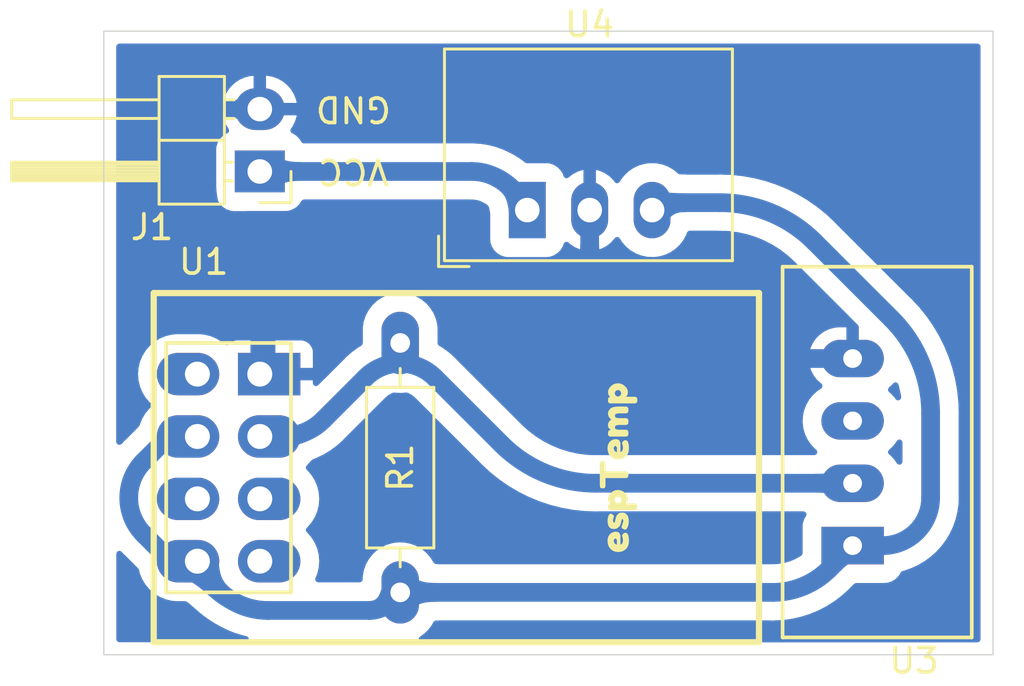
<source format=kicad_pcb>
(kicad_pcb (version 20211014) (generator pcbnew)
  (title_block (title "espTemp-R78xx") (date "2022-12-15") (rev "0.1"))
  (layers (0 "F.Cu" signal) (31 "B.Cu" signal) (34 "B.Paste" user) (35 "F.Paste" user) (36 "B.SilkS" user "B.Silkscreen") (37 "F.SilkS" user "F.Silkscreen") (38 "B.Mask" user) (39 "F.Mask" user) (44 "Edge.Cuts" user))
  (net 0 "")
  (net 1 "GND")
  (net 2 "+3V3")
  (net 7 "TempSignal")
  (net 9 "+5V")
  (footprint "My_Misc:R_Axial_DIN0207_L6.3mm_D2.5mm_P10.16mm_Horizontal_larger_pads" (layer "F.Cu") (at 146.05 93.98 90)
    (fp_text reference "R1" (at 5.08 0 90) (layer "F.SilkS"))
    (fp_text value "4.7k" hide)
    (fp_line (start 1.04 0) (end 1.81 0) (layer "F.SilkS") (width 0.12))
    (fp_line (start 8.35 1.37) (end 8.35 -1.37) (layer "F.SilkS") (width 0.12))
    (fp_line (start 9.12 0) (end 8.35 0) (layer "F.SilkS") (width 0.12))
    (fp_line (start 1.81 1.37) (end 8.35 1.37) (layer "F.SilkS") (width 0.12))
    (fp_line (start 1.81 -1.37) (end 1.81 1.37) (layer "F.SilkS") (width 0.12))
    (fp_line (start 8.35 -1.37) (end 1.81 -1.37) (layer "F.SilkS") (width 0.12))
    (pad "1" thru_hole oval (at 0 0 90) (size 2.54 1.524) (drill 0.8) (layers *.Cu *.Mask) (net 2 "+3V3"))
    (pad "2" thru_hole oval (at 10.16 0 90) (size 2.54 1.524) (drill 0.8) (layers *.Cu *.Mask) (net 7 "TempSignal"))
  )
  (footprint "My_Arduino:ESP-01_w_pin_socket_large" (layer "F.Cu") (at 137.795 85.09)
    (fp_text reference "U1" (at 0.254 -4.572) (layer "F.SilkS"))
    (fp_text value "ESP-01")
    (fp_line (start -1.778 10.922) (end -1.778 -3.302) (layer "F.SilkS") (width 0.254))
    (fp_line (start 22.86 10.922) (end -1.778 10.922) (layer "F.SilkS") (width 0.254))
    (fp_line (start 3.81 8.89) (end 3.81 -1.27) (layer "F.SilkS") (width 0.1524))
    (fp_line (start -1.778 -3.302) (end 22.86 -3.302) (layer "F.SilkS") (width 0.254))
    (fp_line (start -1.27 8.89) (end 3.81 8.89) (layer "F.SilkS") (width 0.1524))
    (fp_line (start -1.27 1.27) (end -1.27 8.89) (layer "F.SilkS") (width 0.1524))
    (fp_line (start 1.27 -1.27) (end -1.27 -1.27) (layer "F.SilkS") (width 0.1524))
    (fp_line (start 22.86 -3.302) (end 22.86 10.922) (layer "F.SilkS") (width 0.254))
    (fp_line (start -1.27 -1.27) (end -1.27 1.27) (layer "F.SilkS") (width 0.1524))
    (fp_line (start 3.81 -1.27) (end 1.27 -1.27) (layer "F.SilkS") (width 0.1524))
    (pad "1" thru_hole rect (at 2.54 0) (size 2.54 1.7272) (drill 1.016 (offset 0.381 0)) (layers *.Cu *.Mask) (net 1 "GND"))
    (pad "2" thru_hole oval (at 0 0) (size 2.54 1.7272) (drill 1.016 (offset -0.381 0)) (layers *.Cu *.Mask))
    (pad "3" thru_hole oval (at 2.54 2.54) (size 2.54 1.7272) (drill 1.016 (offset 0.381 0)) (layers *.Cu *.Mask) (net 7 "TempSignal"))
    (pad "4" thru_hole oval (at 0 2.54) (size 2.54 1.7272) (drill 1.016 (offset -0.381 0)) (layers *.Cu *.Mask) (net 2 "+3V3"))
    (pad "5" thru_hole oval (at 2.54 5.08) (size 2.54 1.7272) (drill 1.016 (offset 0.381 0)) (layers *.Cu *.Mask))
    (pad "6" thru_hole oval (at 0 5.08) (size 2.54 1.7272) (drill 1.016 (offset -0.381 0)) (layers *.Cu *.Mask))
    (pad "7" thru_hole oval (at 2.54 7.62) (size 2.54 1.7272) (drill 1.016 (offset 0.381 0)) (layers *.Cu *.Mask))
    (pad "8" thru_hole oval (at 0 7.62) (size 2.54 1.7272) (drill 1.016 (offset -0.381 0)) (layers *.Cu *.Mask) (net 2 "+3V3"))
  )
  (footprint "My_Parts:DHT22,RHT03,CM2303_100mil_large" (layer "F.Cu") (at 164.465 92.075 180)
    (fp_text reference "U3" (at -2.5 -4.69) (layer "F.SilkS"))
    (fp_text value "DHT22,CM2303" hide)
    (fp_line (start 2.85 11.36) (end -4.85 11.36) (layer "F.SilkS") (width 0.15))
    (fp_line (start -4.85 11.36) (end -4.85 -3.74) (layer "F.SilkS") (width 0.15))
    (fp_line (start 2.85 -3.74) (end 2.85 11.36) (layer "F.SilkS") (width 0.15))
    (fp_line (start -4.85 -3.74) (end 2.85 -3.74) (layer "F.SilkS") (width 0.15))
    (pad "1" thru_hole rect locked (at 0 0 180) (size 2.54 1.524) (drill 0.762) (layers *.Cu *.Mask) (net 2 "+3V3"))
    (pad "2" thru_hole oval locked (at 0 2.54 180) (size 2.54 1.524) (drill 0.762) (layers *.Cu *.Mask) (net 7 "TempSignal"))
    (pad "3" thru_hole oval locked (at 0 5.08 180) (size 2.54 1.524) (drill 0.762) (layers *.Cu *.Mask))
    (pad "4" thru_hole oval locked (at 0 7.62 180) (size 2.54 1.524) (drill 0.762) (layers *.Cu *.Mask) (net 1 "GND"))
  )
  (footprint "My_Headers:2-pin Power Input Header angled large" (layer "F.Cu") (at 140.335 76.835 180)
    (fp_text reference "J1" (at 4.385 -2.27) (layer "F.SilkS"))
    (fp_text value "2-pin_power_input_header" hide)
    (fp_text user "VCC" (at -3.81 0 180 unlocked) (layer "F.SilkS"))
    (fp_text user "GND" (at -3.81 2.54 180 unlocked) (layer "F.SilkS"))
    (fp_line (start 10.1 2.92) (end 4.1 2.92) (layer "F.SilkS") (width 0.12))
    (fp_line (start 1.44 3.87) (end 4.1 3.87) (layer "F.SilkS") (width 0.12))
    (fp_line (start 4.1 -0.08) (end 10.1 -0.08) (layer "F.SilkS") (width 0.12))
    (fp_line (start 1.44 -1.33) (end 1.44 3.87) (layer "F.SilkS") (width 0.12))
    (fp_line (start 1.11 -0.38) (end 1.44 -0.38) (layer "F.SilkS") (width 0.12))
    (fp_line (start 4.1 2.16) (end 10.1 2.16) (layer "F.SilkS") (width 0.12))
    (fp_line (start 1.11 0.38) (end 1.44 0.38) (layer "F.SilkS") (width 0.12))
    (fp_line (start 10.1 2.16) (end 10.1 2.92) (layer "F.SilkS") (width 0.12))
    (fp_line (start 1.042929 2.16) (end 1.44 2.16) (layer "F.SilkS") (width 0.12))
    (fp_line (start 4.1 0.04) (end 10.1 0.04) (layer "F.SilkS") (width 0.12))
    (fp_line (start 4.1 -0.2) (end 10.1 -0.2) (layer "F.SilkS") (width 0.12))
    (fp_line (start 4.1 -0.38) (end 10.1 -0.38) (layer "F.SilkS") (width 0.12))
    (fp_line (start 1.042929 2.92) (end 1.44 2.92) (layer "F.SilkS") (width 0.12))
    (fp_line (start 4.1 -0.32) (end 10.1 -0.32) (layer "F.SilkS") (width 0.12))
    (fp_line (start -1.27 0) (end -1.27 -1.27) (layer "F.SilkS") (width 0.12))
    (fp_line (start 4.1 0.16) (end 10.1 0.16) (layer "F.SilkS") (width 0.12))
    (fp_line (start 10.1 0.38) (end 4.1 0.38) (layer "F.SilkS") (width 0.12))
    (fp_line (start 10.1 -0.38) (end 10.1 0.38) (layer "F.SilkS") (width 0.12))
    (fp_line (start 4.1 3.87) (end 4.1 -1.33) (layer "F.SilkS") (width 0.12))
    (fp_line (start 4.1 0.28) (end 10.1 0.28) (layer "F.SilkS") (width 0.12))
    (fp_line (start 4.1 -1.33) (end 1.44 -1.33) (layer "F.SilkS") (width 0.12))
    (fp_line (start -1.27 -1.27) (end 0 -1.27) (layer "F.SilkS") (width 0.12))
    (fp_line (start 1.44 1.27) (end 4.1 1.27) (layer "F.SilkS") (width 0.12))
    (pad "1" thru_hole rect (at 0 0 180) (size 2.032 1.7) (drill 1) (layers *.Cu *.Mask) (net 9 "+5V"))
    (pad "2" thru_hole oval (at 0 2.54 180) (size 2.032 1.7) (drill 1) (layers *.Cu *.Mask) (net 1 "GND"))
  )
  (footprint "kibuzzard-62077BA3" (layer "F.Cu") (at 154.94 88.9 90)
    (fp_text reference "kibuzzard-62077BA3" hide)
    (fp_text value "G***" hide)
    (fp_poly (pts (xy -2.497931 0.327025) (xy -2.528094 0.2667) (xy -2.513013 0.214709) (xy -2.467769 0.141288) (xy -2.411413 0.1143) (xy -2.305844 0.153194) (xy -2.185194 0.192088) (xy -2.112566 0.182563) (xy -2.088356 0.153988) (xy -2.114947 0.127794) (xy -2.194719 0.109538) (xy -2.294334 0.083741) (xy -2.393156 0.034925) (xy -2.469356 -0.054769) (xy -2.491978 -0.121642) (xy -2.499519 -0.200025) (xy -2.485739 -0.290322) (xy -2.444401 -0.360553) (xy -2.375503 -0.410718) (xy -2.279047 -0.440817) (xy -2.155031 -0.45085) (xy -2.040731 -0.437356) (xy -1.923256 -0.396875) (xy -1.867694 -0.333375) (xy -1.902619 -0.239713) (xy -1.974056 -0.18415) (xy -2.0447 -0.207963) (xy -2.156619 -0.231775) (xy -2.250281 -0.19685) (xy -2.223294 -0.157559) (xy -2.142331 -0.134938) (xy -2.039144 -0.1143) (xy -1.939131 -0.074613) (xy -1.862138 0.002381) (xy -1.83892 0.064095) (xy -1.831181 0.1397) (xy -1.83892 0.216098) (xy -1.862138 0.280194) (xy -1.948656 0.366713) (xy -2.022122 0.394053) (xy -2.107053 0.410457) (xy -2.20345 0.415925) (xy -2.304256 0.406047) (xy -2.402417 0.376414) (xy -2.497931 0.327025)) (layer "F.SilkS") (width 0) (fill solid))
    (fp_poly (pts (xy -1.727994 0.62865) (xy -1.413669 -0.119063) (xy -1.450181 -0.0254) (xy -1.412875 0.067469) (xy -1.317625 0.109538) (xy -1.2192 0.068263) (xy -1.178719 -0.0254) (xy -1.216819 -0.119856) (xy -1.316038 -0.161925) (xy -1.413669 -0.119063) (xy -1.727994 0.62865) (xy -1.727994 -0.29845) (xy -1.725613 -0.352425) (xy -1.712119 -0.392113) (xy -1.674416 -0.424259) (xy -1.605756 -0.434975) (xy -1.49225 -0.413544) (xy -1.458119 -0.350838) (xy -1.38053 -0.41275) (xy -1.268413 -0.433388) (xy -1.183658 -0.419806) (xy -1.101901 -0.37906) (xy -1.023144 -0.31115) (xy -0.958762 -0.225249) (xy -0.920133 -0.130528) (xy -0.907256 -0.026988) (xy -0.920044 0.076553) (xy -0.958409 0.171274) (xy -1.02235 0.257175) (xy -1.100755 0.325085) (xy -1.182511 0.365831) (xy -1.267619 0.379413) (xy -1.379934 0.361156) (xy -1.456531 0.306388) (xy -1.456531 0.627063) (xy -1.458913 0.681038) (xy -1.4732 0.721519) (xy -1.513681 0.754063) (xy -1.591469 0.763588) (xy -1.67005 0.754063) (xy -1.711325 0.722313) (xy -1.725613 0.682625) (xy -1.727994 0.62865)) (layer "F.SilkS") (width 0) (fill solid))
    (fp_poly (pts (xy -0.727869 -0.763588) (xy 0.154781 -0.763588) (xy 0.229394 -0.751681) (xy 0.261144 -0.714375) (xy 0.269081 -0.6477) (xy 0.261144 -0.581819) (xy 0.234156 -0.547688) (xy 0.153194 -0.5334) (xy -0.150019 -0.5334) (xy -0.150019 0.265113) (xy -0.1524 0.319088) (xy -0.166688 0.359569) (xy -0.208756 0.392113) (xy -0.288131 0.401638) (xy -0.366713 0.392113) (xy -0.407988 0.359569) (xy -0.422275 0.318294) (xy -0.424656 0.263525) (xy -0.424656 -0.5334) (xy -0.729456 -0.5334) (xy -0.804069 -0.545306) (xy -0.835819 -0.582613) (xy -0.843756 -0.649288) (xy -0.835819 -0.715169) (xy -0.808831 -0.7493) (xy -0.727869 -0.763588)) (layer "F.SilkS") (width 0) (fill solid))
    (fp_poly (pts (xy 1.007269 0.074613) (xy 0.827881 -0.06985) (xy 0.888206 -0.12065) (xy 0.860425 -0.179388) (xy 0.78105 -0.201613) (xy 0.678656 -0.159544) (xy 0.627856 -0.06985) (xy 0.827881 -0.06985) (xy 1.007269 0.074613) (xy 0.631031 0.074613) (xy 0.683419 0.149225) (xy 0.788194 0.179388) (xy 0.870347 0.174625) (xy 0.932656 0.160338) (xy 0.950119 0.153988) (xy 1.013619 0.136525) (xy 1.100931 0.207963) (xy 1.121569 0.280988) (xy 1.100435 0.342801) (xy 1.037034 0.386953) (xy 0.931366 0.413445) (xy 0.783431 0.422275) (xy 0.672505 0.412155) (xy 0.574675 0.381794) (xy 0.493514 0.334764) (xy 0.432594 0.274638) (xy 0.377031 0.185561) (xy 0.343694 0.089782) (xy 0.332581 -0.0127) (xy 0.346957 -0.137142) (xy 0.390084 -0.243769) (xy 0.461963 -0.332581) (xy 0.55536 -0.399168) (xy 0.663046 -0.43912) (xy 0.785019 -0.452438) (xy 0.888008 -0.442714) (xy 0.976313 -0.413544) (xy 1.049933 -0.364927) (xy 1.108869 -0.296863) (xy 1.14935 -0.210542) (xy 1.162844 -0.116681) (xy 1.150739 -0.03175) (xy 1.114425 0.027781) (xy 1.007269 0.074613)) (layer "F.SilkS") (width 0) (fill solid))
    (fp_poly (pts (xy -2.763044 0.074613) (xy -2.942431 -0.06985) (xy -2.882106 -0.12065) (xy -2.909888 -0.179388) (xy -2.989263 -0.201613) (xy -3.091656 -0.159544) (xy -3.142456 -0.06985) (xy -2.942431 -0.06985) (xy -2.763044 0.074613) (xy -3.139281 0.074613) (xy -3.086894 0.149225) (xy -2.982119 0.179388) (xy -2.899966 0.174625) (xy -2.837656 0.160338) (xy -2.820194 0.153988) (xy -2.756694 0.136525) (xy -2.669381 0.207963) (xy -2.648744 0.280988) (xy -2.669877 0.342801) (xy -2.733278 0.386953) (xy -2.838946 0.413445) (xy -2.986881 0.422275) (xy -3.097808 0.412155) (xy -3.195638 0.381794) (xy -3.276798 0.334764) (xy -3.337719 0.274638) (xy -3.393281 0.185561) (xy -3.426619 0.089782) (xy -3.437731 -0.0127) (xy -3.423356 -0.137142) (xy -3.380228 -0.243769) (xy -3.30835 -0.332581) (xy -3.214952 -0.399168) (xy -3.107267 -0.43912) (xy -2.985294 -0.452438) (xy -2.882305 -0.442714) (xy -2.794 -0.413544) (xy -2.72038 -0.364927) (xy -2.661444 -0.296863) (xy -2.620963 -0.210542) (xy -2.607469 -0.116681) (xy -2.619573 -0.03175) (xy -2.655888 0.027781) (xy -2.763044 0.074613)) (layer "F.SilkS") (width 0) (fill solid))
    (fp_poly (pts (xy 1.539081 -0.32385) (xy 1.621234 -0.408384) (xy 1.718469 -0.436563) (xy 1.817247 -0.421217) (xy 1.89768 -0.375179) (xy 1.959769 -0.29845) (xy 2.001838 -0.348456) (xy 2.080419 -0.405606) (xy 2.191544 -0.436563) (xy 2.308225 -0.412155) (xy 2.404269 -0.338931) (xy 2.451894 -0.259644) (xy 2.480469 -0.151959) (xy 2.489994 -0.015875) (xy 2.489994 0.261938) (xy 2.487613 0.316706) (xy 2.472531 0.358775) (xy 2.431653 0.390922) (xy 2.350294 0.401638) (xy 2.269728 0.390525) (xy 2.228056 0.357188) (xy 2.214563 0.315119) (xy 2.212181 0.26035) (xy 2.212181 -0.017463) (xy 2.187575 -0.121047) (xy 2.113756 -0.155575) (xy 2.03835 -0.119063) (xy 2.018506 -0.015875) (xy 2.018506 0.261938) (xy 2.016125 0.3175) (xy 2.001044 0.358775) (xy 1.958975 0.390922) (xy 1.877219 0.401638) (xy 1.796653 0.390525) (xy 1.754981 0.357188) (xy 1.741488 0.315119) (xy 1.739106 0.26035) (xy 1.739106 -0.017463) (xy 1.7145 -0.121047) (xy 1.640681 -0.155575) (xy 1.569244 -0.121047) (xy 1.545431 -0.017463) (xy 1.545431 0.263525) (xy 1.54305 0.318294) (xy 1.527969 0.360363) (xy 1.485106 0.391319) (xy 1.404144 0.401638) (xy 1.323578 0.390922) (xy 1.281906 0.358775) (xy 1.268413 0.3175) (xy 1.266031 0.261938) (xy 1.266031 -0.296863) (xy 1.268413 -0.351631) (xy 1.283494 -0.392113) (xy 1.323578 -0.424259) (xy 1.396206 -0.434975) (xy 1.512094 -0.4064) (xy 1.539081 -0.32385)) (layer "F.SilkS") (width 0) (fill solid))
    (fp_poly (pts (xy 2.616994 0.62865) (xy 2.931319 -0.119063) (xy 2.894806 -0.0254) (xy 2.932113 0.067469) (xy 3.027363 0.109538) (xy 3.125788 0.068263) (xy 3.166269 -0.0254) (xy 3.128169 -0.119856) (xy 3.02895 -0.161925) (xy 2.931319 -0.119063) (xy 2.616994 0.62865) (xy 2.616994 -0.29845) (xy 2.619375 -0.352425) (xy 2.632869 -0.392113) (xy 2.670572 -0.424259) (xy 2.739231 -0.434975) (xy 2.852738 -0.413544) (xy 2.886869 -0.350838) (xy 2.964458 -0.41275) (xy 3.076575 -0.433388) (xy 3.16133 -0.419806) (xy 3.243086 -0.37906) (xy 3.321844 -0.31115) (xy 3.386226 -0.225249) (xy 3.424855 -0.130528) (xy 3.437731 -0.026988) (xy 3.424943 0.076553) (xy 3.386578 0.171274) (xy 3.322638 0.257175) (xy 3.244233 0.325085) (xy 3.162476 0.365831) (xy 3.077369 0.379413) (xy 2.965053 0.361156) (xy 2.888456 0.306388) (xy 2.888456 0.627063) (xy 2.886075 0.681038) (xy 2.871788 0.721519) (xy 2.831306 0.754063) (xy 2.753519 0.763588) (xy 2.674938 0.754063) (xy 2.633663 0.722313) (xy 2.619375 0.682625) (xy 2.616994 0.62865)) (layer "F.SilkS") (width 0) (fill solid))
  )
  (footprint "Converter_DCDC:Converter_DCDC_RECOM_R-78E-0.5_THT" (layer "F.Cu") (at 151.223 78.4075)
    (fp_text reference "U4" (at 2.54 -7.56) (layer "F.SilkS"))
    (fp_text value "R-783.3-0.5")
    (fp_line (start -3.371 2.06) (end 8.35 2.06) (layer "F.SilkS") (width 0.12))
    (fp_line (start 8.35 -6.56) (end 8.35 2.06) (layer "F.SilkS") (width 0.12))
    (fp_line (start -3.371 -6.56) (end -3.371 2.06) (layer "F.SilkS") (width 0.12))
    (fp_line (start -3.371 -6.56) (end 8.35 -6.56) (layer "F.SilkS") (width 0.12))
    (fp_line (start -3.611 1.06) (end -3.611 2.3) (layer "F.SilkS") (width 0.12))
    (fp_line (start -3.611 2.3) (end -2.371 2.3) (layer "F.SilkS") (width 0.12))
    (pad "1" thru_hole rect (at 0 0) (size 1.5 2.3) (drill 1) (layers *.Cu *.Mask) (net 9 "+5V"))
    (pad "2" thru_hole oval (at 2.54 0) (size 1.5 2.3) (drill 1) (layers *.Cu *.Mask) (net 1 "GND"))
    (pad "3" thru_hole oval (at 5.08 0) (size 1.5 2.3) (drill 1) (layers *.Cu *.Mask) (net 2 "+3V3"))
  )
  (gr_line (start 170.18 96.52) (end 170.18 71.12) (layer "Edge.Cuts") (width 0.05))
  (gr_line (start 170.18 71.12) (end 133.985 71.12) (layer "Edge.Cuts") (width 0.05))
  (gr_line (start 133.985 96.52) (end 170.18 96.52) (layer "Edge.Cuts") (width 0.05))
  (gr_line (start 133.985 71.12) (end 133.985 96.52) (layer "Edge.Cuts") (width 0.05))
  (segment (start 160.152463 84.455) (end 164.465 84.455) (width 0.762) (layer "B.Cu") (net 1))
  (segment (start 139.111111 74.295) (end 140.335 74.295) (width 0.762) (layer "B.Cu") (net 1))
  (segment (start 154.096261 80.652761) (end 156.304707 82.861207) (width 0.762) (layer "B.Cu") (net 1))
  (segment (start 153.763 79.848197) (end 153.763 78.4075) (width 0.762) (layer "B.Cu") (net 1))
  (segment (start 141.861297 80.986022) (end 152.625175 80.986022) (width 0.762) (layer "B.Cu") (net 1))
  (segment (start 138.176489 75.229622) (end 138.176489 77.301213) (width 0.762) (layer "B.Cu") (net 1))
  (segment (start 140.335 82.512319) (end 140.335 85.09) (width 0.762) (layer "B.Cu") (net 1))
  (arc (start 153.763 79.848197) (mid 153.849611 80.283624) (end 154.096261 80.652761) (width 0.762) (layer "B.Cu") (net 1))
  (arc (start 139.255744 79.906766) (mid 140.451182 80.705532) (end 141.861297 80.986022) (width 0.762) (layer "B.Cu") (net 1))
  (arc (start 140.335 82.512319) (mid 140.05451 81.102204) (end 139.255744 79.906766) (width 0.762) (layer "B.Cu") (net 1))
  (arc (start 154.096261 80.652761) (mid 153.763 80.514719) (end 153.429739 80.652761) (width 0.762) (layer "B.Cu") (net 1))
  (arc (start 138.450233 74.568744) (mid 138.247632 74.871957) (end 138.176489 75.229622) (width 0.762) (layer "B.Cu") (net 1))
  (arc (start 156.304707 82.861207) (mid 158.070072 84.040786) (end 160.152463 84.455) (width 0.762) (layer "B.Cu") (net 1))
  (arc (start 153.429739 80.652761) (mid 153.060602 80.89941) (end 152.625175 80.986022) (width 0.762) (layer "B.Cu") (net 1))
  (arc (start 141.861297 80.986022) (mid 140.782042 81.433064) (end 140.335 82.512319) (width 0.762) (layer "B.Cu") (net 1))
  (arc (start 153.429739 80.652761) (mid 153.676388 80.283624) (end 153.763 79.848197) (width 0.762) (layer "B.Cu") (net 1))
  (arc (start 139.111111 74.295) (mid 138.753446 74.366143) (end 138.450233 74.568744) (width 0.762) (layer "B.Cu") (net 1))
  (arc (start 138.176489 77.301213) (mid 138.456978 78.711328) (end 139.255744 79.906766) (width 0.762) (layer "B.Cu") (net 1))
  (segment (start 135.618898 91.61838) (end 136.327095 92.326577) (width 0.762) (layer "B.Cu") (net 2))
  (segment (start 165.481 92.075) (end 165.688776 92.075) (width 0.762) (layer "B.Cu") (net 2))
  (segment (start 161.212961 93.98) (end 146.570515 93.98) (width 0.762) (layer "B.Cu") (net 2))
  (segment (start 166.046207 82.834809) (end 162.91019 79.698792) (width 0.762) (layer "B.Cu") (net 2))
  (segment (start 137.633759 92.71) (end 137.252759 92.71) (width 0.762) (layer "B.Cu") (net 2))
  (segment (start 167.64 90.123776) (end 167.64 86.682565) (width 0.762) (layer "B.Cu") (net 2))
  (segment (start 137.21056 87.63) (end 137.795 87.63) (width 0.762) (layer "B.Cu") (net 2))
  (segment (start 136.212858 88.043261) (end 135.618898 88.637221) (width 0.762) (layer "B.Cu") (net 2))
  (segment (start 159.062434 78.105) (end 156.21 78.105) (width 0.762) (layer "B.Cu") (net 2))
  (segment (start 144.793364 94.71612) (end 140.669149 94.71612) (width 0.762) (layer "B.Cu") (net 2))
  (segment (start 137.909014 93.146496) (end 138.636819 93.874301) (width 0.762) (layer "B.Cu") (net 2))
  (segment (start 163.512499 93.027499) (end 163.746579 92.79342) (width 0.762) (layer "B.Cu") (net 2))
  (arc (start 165.481 92.075) (mid 164.542338 92.261711) (end 163.746579 92.79342) (width 0.762) (layer "B.Cu") (net 2))
  (arc (start 137.21056 87.63) (mid 136.670607 87.737403) (end 136.212858 88.043261) (width 0.762) (layer "B.Cu") (net 2))
  (arc (start 166.046207 82.834809) (mid 167.225786 84.600174) (end 167.64 86.682565) (width 0.762) (layer "B.Cu") (net 2))
  (arc (start 135.618898 88.637221) (mid 135.161941 89.321105) (end 135.00148 90.127801) (width 0.762) (layer "B.Cu") (net 2))
  (arc (start 167.64 90.123776) (mid 167.491471 90.870477) (end 167.0685 91.5035) (width 0.762) (layer "B.Cu") (net 2))
  (arc (start 135.00148 90.127801) (mid 135.161941 90.934496) (end 135.618898 91.61838) (width 0.762) (layer "B.Cu") (net 2))
  (arc (start 163.512499 93.027499) (mid 162.457462 93.732453) (end 161.212961 93.98) (width 0.762) (layer "B.Cu") (net 2))
  (arc (start 136.327095 92.326577) (mid 136.751793 92.610351) (end 137.252759 92.71) (width 0.762) (layer "B.Cu") (net 2))
  (arc (start 162.91019 79.698792) (mid 161.144824 78.519213) (end 159.062434 78.105) (width 0.762) (layer "B.Cu") (net 2))
  (arc (start 138.636819 93.874301) (mid 139.56926 94.497338) (end 140.669149 94.71612) (width 0.762) (layer "B.Cu") (net 2))
  (arc (start 145.68194 94.34806) (mid 145.274257 94.620464) (end 144.793364 94.71612) (width 0.762) (layer "B.Cu") (net 2))
  (arc (start 137.795 92.871241) (mid 137.824631 93.020208) (end 137.909014 93.146496) (width 0.762) (layer "B.Cu") (net 2))
  (arc (start 146.570515 93.98) (mid 146.089621 94.075655) (end 145.68194 94.34806) (width 0.762) (layer "B.Cu") (net 2))
  (arc (start 137.795 92.871241) (mid 137.747773 92.757226) (end 137.633759 92.71) (width 0.762) (layer "B.Cu") (net 2))
  (arc (start 167.0685 91.5035) (mid 166.435477 91.926471) (end 165.688776 92.075) (width 0.762) (layer "B.Cu") (net 2))
  (segment (start 147.464212 85.234212) (end 150.171207 87.941207) (width 0.762) (layer "B.Cu") (net 7))
  (segment (start 154.018963 89.535) (end 164.465 89.535) (width 0.762) (layer "B.Cu") (net 7))
  (segment (start 142.913519 86.95648) (end 144.635787 85.234212) (width 0.762) (layer "B.Cu") (net 7))
  (segment (start 141.2875 87.63) (end 140.335 87.63) (width 0.762) (layer "B.Cu") (net 7))
  (arc (start 150.171207 87.941207) (mid 151.936572 89.120786) (end 154.018963 89.535) (width 0.762) (layer "B.Cu") (net 7))
  (arc (start 142.913519 86.95648) (mid 142.167495 87.454957) (end 141.2875 87.63) (width 0.762) (layer "B.Cu") (net 7))
  (arc (start 147.464212 85.234212) (mid 146.049999 84.648426) (end 144.635787 85.234212) (width 0.762) (layer "B.Cu") (net 7))
  (segment (start 150.495 77.47) (end 151.13 78.105) (width 0.762) (layer "B.Cu") (net 9))
  (segment (start 148.961974 76.835) (end 140.335 76.835) (width 0.762) (layer "B.Cu") (net 9))
  (arc (start 150.495 77.47) (mid 149.791641 77.000031) (end 148.961974 76.835) (width 0.762) (layer "B.Cu") (net 9))
  (zone (net 2) (net_name "+3V3") (layer "B.Cu") (priority 16962) (connect_pads yes (clearance 0)) (min_thickness 0.0254) (fill yes (thermal_gap 0.508) (thermal_bridge_width 0.508))
    (polygon (pts (xy 144.768317 95.09712) (xy 144.951431 95.087176) (xy 145.105895 95.060187) (xy 145.237873 95.020414) (xy 145.35353 94.972117) (xy 145.459032 94.91956) (xy 145.560544 94.867002) (xy 145.664231 94.818705) (xy 145.77626 94.778932) (xy 145.902794 94.751943) (xy 146.05 94.742) (xy 146.344479 93.738251) (xy 145.35813 93.66069) (xy 145.317217 93.758645) (xy 145.282127 93.855783) (xy 145.24917 93.949867) (xy 145.214656 94.038661) (xy 145.174898 94.119929) (xy 145.126206 94.191435) (xy 145.064891 94.250943) (xy 144.987263 94.296217) (xy 144.889635 94.325021) (xy 144.768317 94.33512)))
  )
  (zone (net 2) (net_name "+3V3") (layer "B.Cu") (priority 16962) (connect_pads yes (clearance 0)) (min_thickness 0.0254) (fill yes (thermal_gap 0.508) (thermal_bridge_width 0.508))
    (polygon (pts (xy 135.933635 92.471931) (xy 136.086665 92.613706) (xy 136.226794 92.723284) (xy 136.356528 92.807996) (xy 136.478377 92.875176) (xy 136.594849 92.932154) (xy 136.708452 92.986264) (xy 136.821695 93.044837) (xy 136.937085 93.115205) (xy 137.057132 93.204701) (xy 137.184343 93.320657) (xy 138.223333 92.764604) (xy 137.519876 91.891397) (xy 137.401431 91.935886) (xy 137.289883 91.983959) (xy 137.183787 92.030914) (xy 137.081699 92.072045) (xy 136.982174 92.102648) (xy 136.883769 92.11802) (xy 136.785038 92.113457) (xy 136.684537 92.084255) (xy 136.580822 92.025709) (xy 136.472449 91.933117)))
  )
  (zone (net 9) (net_name "+5V") (layer "B.Cu") (priority 16962) (connect_pads yes (clearance 0)) (min_thickness 0.0254) (fill yes (thermal_gap 0.508) (thermal_bridge_width 0.508))
    (polygon (pts (xy 142.025 76.454) (xy 141.834755 76.449869) (xy 141.672527 76.437605) (xy 141.532666 76.417403) (xy 141.409525 76.389456) (xy 141.297456 76.353959) (xy 141.190811 76.311105) (xy 141.083942 76.261088) (xy 140.971199 76.204102) (xy 140.846937 76.140341) (xy 140.705506 76.07) (xy 139.91 76.835) (xy 140.705506 77.6) (xy 140.846937 77.529658) (xy 140.971199 77.465897) (xy 141.083942 77.408911) (xy 141.190811 77.358894) (xy 141.297456 77.31604) (xy 141.409525 77.280543) (xy 141.532666 77.252596) (xy 141.672527 77.232394) (xy 141.834755 77.22013) (xy 142.025 77.216)))
  )
  (zone (net 7) (net_name "TempSignal") (layer "B.Cu") (priority 16962) (connect_pads yes (clearance 0)) (min_thickness 0.0254) (fill yes (thermal_gap 0.508) (thermal_bridge_width 0.508))
    (polygon (pts (xy 162.943 89.916) (xy 163.113612 89.918752) (xy 163.260123 89.92714) (xy 163.38727 89.941361) (xy 163.499787 89.961612) (xy 163.60241 89.988091) (xy 163.699874 90.020994) (xy 163.796915 90.06052) (xy 163.898268 90.106864) (xy 164.008668 90.160225) (xy 164.132852 90.2208) (xy 164.846 89.535) (xy 164.132852 88.8492) (xy 164.008668 88.909774) (xy 163.898268 88.963135) (xy 163.796915 89.009479) (xy 163.699874 89.049005) (xy 163.60241 89.081908) (xy 163.499787 89.108387) (xy 163.38727 89.128638) (xy 163.260123 89.142859) (xy 163.113612 89.151247) (xy 162.943 89.154)))
  )
  (zone (net 9) (net_name "+5V") (layer "B.Cu") (priority 16962) (connect_pads yes (clearance 0)) (min_thickness 0.0254) (fill yes (thermal_gap 0.508) (thermal_bridge_width 0.508))
    (polygon (pts (xy 149.722269 77.385803) (xy 149.89054 77.472895) (xy 150.029531 77.562057) (xy 150.142514 77.65462) (xy 150.232759 77.751917) (xy 150.30354 77.855279) (xy 150.358129 77.966039) (xy 150.399797 78.085531) (xy 150.431816 78.215084) (xy 150.457459 78.356034) (xy 150.479998 78.509711) (xy 151.430928 78.719574) (xy 151.542085 77.728763) (xy 151.363192 77.635438) (xy 151.213881 77.540207) (xy 151.085504 77.442958) (xy 150.969411 77.343577) (xy 150.856953 77.241952) (xy 150.73948 77.137969) (xy 150.608343 77.031516) (xy 150.454894 76.92248) (xy 150.270482 76.810748) (xy 150.046459 76.696207)))
  )
  (zone (net 2) (net_name "+3V3") (layer "B.Cu") (priority 16962) (connect_pads yes (clearance 0)) (min_thickness 0.0254) (fill yes (thermal_gap 0.508) (thermal_bridge_width 0.508))
    (polygon (pts (xy 139.50698 94.0477) (xy 139.308589 93.934015) (xy 139.145129 93.820286) (xy 139.012946 93.704359) (xy 138.908387 93.584079) (xy 138.827799 93.457292) (xy 138.767527 93.321847) (xy 138.723918 93.175588) (xy 138.69332 93.016362) (xy 138.672078 92.842015) (xy 138.65654 92.650394) (xy 137.580409 92.335298) (xy 137.392423 93.474026) (xy 137.606284 93.595694) (xy 137.784616 93.714041) (xy 137.937583 93.830569) (xy 138.075346 93.946786) (xy 138.208068 94.064196) (xy 138.345912 94.184305) (xy 138.499041 94.308618) (xy 138.677618 94.438642) (xy 138.891805 94.57588) (xy 139.151766 94.72184)))
  )
  (zone (net 2) (net_name "+3V3") (layer "B.Cu") (priority 16962) (connect_pads yes (clearance 0)) (min_thickness 0.0254) (fill yes (thermal_gap 0.508) (thermal_bridge_width 0.508))
    (polygon (pts (xy 136.450133 88.3448) (xy 136.559022 88.25301) (xy 136.663212 88.197608) (xy 136.764131 88.173403) (xy 136.863208 88.175202) (xy 136.961871 88.197811) (xy 137.061548 88.236038) (xy 137.163667 88.28469) (xy 137.269658 88.338576) (xy 137.380948 88.392501) (xy 137.498966 88.441275) (xy 138.224593 87.586403) (xy 137.184343 87.019343) (xy 137.057423 87.132643) (xy 136.935929 87.217172) (xy 136.817794 87.280832) (xy 136.700951 87.331527) (xy 136.583335 87.37716) (xy 136.462877 87.425633) (xy 136.337514 87.484849) (xy 136.205177 87.562711) (xy 136.063801 87.667122) (xy 135.911319 87.805986)))
  )
  (zone (net 0) (net_name "") (layer "B.Cu") (connect_pads (clearance 0.508)) (min_thickness 0.254) (fill yes (thermal_gap 0.508) (thermal_bridge_width 0.508))
    (polygon (pts (xy 171.45 97.79) (xy 132.715 97.79) (xy 132.715 69.85) (xy 171.45 69.85)))
  )
  (zone (net 2) (net_name "+3V3") (layer "B.Cu") (priority 16962) (connect_pads yes (clearance 0)) (min_thickness 0.0254) (fill yes (thermal_gap 0.508) (thermal_bridge_width 0.508))
    (polygon (pts (xy 147.582515 93.599) (xy 147.410469 93.596295) (xy 147.262693 93.58803) (xy 147.13442 93.573974) (xy 147.020881 93.553899) (xy 146.917312 93.527574) (xy 146.818944 93.494772) (xy 146.72101 93.455263) (xy 146.618744 93.408817) (xy 146.507379 93.355206) (xy 146.382148 93.2942) (xy 145.669 93.98) (xy 146.382148 94.6658) (xy 146.507379 94.604793) (xy 146.618744 94.551182) (xy 146.72101 94.504736) (xy 146.818944 94.465227) (xy 146.917312 94.432425) (xy 147.020881 94.4061) (xy 147.13442 94.386025) (xy 147.262693 94.371969) (xy 147.410469 94.363704) (xy 147.582515 94.361)))
  )
  (zone (net 2) (net_name "+3V3") (layer "B.Cu") (priority 16962) (connect_pads yes (clearance 0)) (min_thickness 0.0254) (fill yes (thermal_gap 0.508) (thermal_bridge_width 0.508))
    (polygon (pts (xy 157.7 77.724) (xy 157.50742 77.722344) (xy 157.342309 77.717817) (xy 157.198858 77.711081) (xy 157.071258 77.702796) (xy 156.953701 77.693622) (xy 156.840378 77.684222) (xy 156.725481 77.675256) (xy 156.603201 77.667384) (xy 156.46773 77.661269) (xy 156.31326 77.657571) (xy 155.963296 78.566326) (xy 156.885034 78.880506) (xy 156.950908 78.801439) (xy 157.013683 78.731988) (xy 157.075824 78.671848) (xy 157.139793 78.620714) (xy 157.208055 78.578283) (xy 157.283074 78.544249) (xy 157.367314 78.518308) (xy 157.463239 78.500156) (xy 157.573313 78.489488) (xy 157.7 78.486)))
  )
  (zone (net 7) (net_name "TempSignal") (layer "B.Cu") (priority 16962) (connect_pads yes (clearance 0)) (min_thickness 0.0254) (fill yes (thermal_gap 0.508) (thermal_bridge_width 0.508))
    (polygon (pts (xy 141.991194 87.115296) (xy 141.820727 87.172477) (xy 141.671087 87.202437) (xy 141.538006 87.208431) (xy 141.417214 87.193713) (xy 141.304441 87.161539) (xy 141.195417 87.115165) (xy 141.085874 87.057844) (xy 140.971542 86.992833) (xy 140.848152 86.923387) (xy 140.711434 86.85276) (xy 139.9032 87.63) (xy 140.711434 88.40724) (xy 140.883646 88.32677) (xy 141.035444 88.261522) (xy 141.173125 88.207633) (xy 141.302989 88.161243) (xy 141.431332 88.118492) (xy 141.564454 88.075518) (xy 141.708653 88.028461) (xy 141.870225 87.973461) (xy 142.055471 87.906656) (xy 142.270688 87.824186)))
  )
  (zone (net 1) (net_name "GND") (layer "B.Cu") (connect_pads (clearance 0.508)) (min_thickness 0.254) (fill yes (thermal_gap 0.508) (thermal_bridge_width 0.508))
    (polygon (pts (xy 170.815 97.155) (xy 133.35 97.155) (xy 133.35 70.485) (xy 170.815 70.485)))
  )
)
</source>
